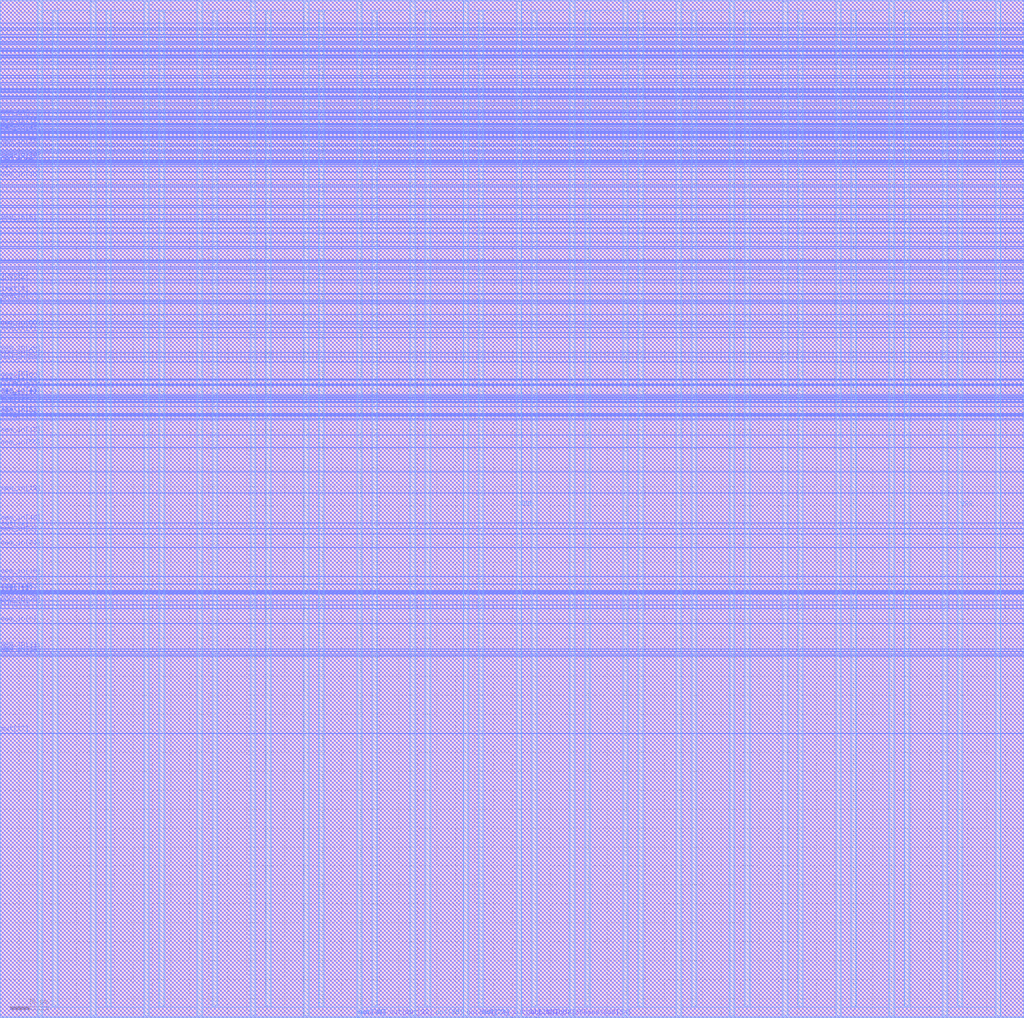
<source format=lef>
##
## LEF for PtnCells ;
## created by Innovus v15.23-s045_1 on Fri Mar  7 19:01:13 2025
##

VERSION 5.8 ;

BUSBITCHARS "[]" ;
DIVIDERCHAR "/" ;

MACRO fullchip
  CLASS BLOCK ;
  SIZE 539.6000 BY 536.6000 ;
  FOREIGN fullchip 0.0000 0.0000 ;
  ORIGIN 0 0 ;
  SYMMETRY X Y R90 ;
  PIN clk
    DIRECTION INPUT ;
    USE SIGNAL ;
    PORT
      LAYER M2 ;
        RECT 279.0500 536.0800 279.1500 536.6000 ;
    END
  END clk
  PIN mem_in[63]
    DIRECTION INPUT ;
    USE SIGNAL ;
    PORT
      LAYER M3 ;
        RECT 0.0000 445.7500 0.5200 445.8500 ;
    END
  END mem_in[63]
  PIN mem_in[62]
    DIRECTION INPUT ;
    USE SIGNAL ;
    PORT
      LAYER M2 ;
        RECT 125.2500 536.0800 125.3500 536.6000 ;
    END
  END mem_in[62]
  PIN mem_in[61]
    DIRECTION INPUT ;
    USE SIGNAL ;
    PORT
      LAYER M2 ;
        RECT 119.0500 536.0800 119.1500 536.6000 ;
    END
  END mem_in[61]
  PIN mem_in[60]
    DIRECTION INPUT ;
    USE SIGNAL ;
    PORT
      LAYER M3 ;
        RECT 0.0000 336.1500 0.5200 336.2500 ;
    END
  END mem_in[60]
  PIN mem_in[59]
    DIRECTION INPUT ;
    USE SIGNAL ;
    PORT
      LAYER M2 ;
        RECT 123.2500 536.0800 123.3500 536.6000 ;
    END
  END mem_in[59]
  PIN mem_in[58]
    DIRECTION INPUT ;
    USE SIGNAL ;
    PORT
      LAYER M3 ;
        RECT 0.0000 219.7500 0.5200 219.8500 ;
    END
  END mem_in[58]
  PIN mem_in[57]
    DIRECTION INPUT ;
    USE SIGNAL ;
    PORT
      LAYER M2 ;
        RECT 122.0500 536.0800 122.1500 536.6000 ;
    END
  END mem_in[57]
  PIN mem_in[56]
    DIRECTION INPUT ;
    USE SIGNAL ;
    PORT
      LAYER M3 ;
        RECT 0.0000 300.5500 0.5200 300.6500 ;
    END
  END mem_in[56]
  PIN mem_in[55]
    DIRECTION INPUT ;
    USE SIGNAL ;
    PORT
      LAYER M3 ;
        RECT 0.0000 363.7500 0.5200 363.8500 ;
    END
  END mem_in[55]
  PIN mem_in[54]
    DIRECTION INPUT ;
    USE SIGNAL ;
    PORT
      LAYER M3 ;
        RECT 0.0000 224.5500 0.5200 224.6500 ;
    END
  END mem_in[54]
  PIN mem_in[53]
    DIRECTION INPUT ;
    USE SIGNAL ;
    PORT
      LAYER M3 ;
        RECT 0.0000 228.5500 0.5200 228.6500 ;
    END
  END mem_in[53]
  PIN mem_in[52]
    DIRECTION INPUT ;
    USE SIGNAL ;
    PORT
      LAYER M3 ;
        RECT 0.0000 317.1500 0.5200 317.2500 ;
    END
  END mem_in[52]
  PIN mem_in[51]
    DIRECTION INPUT ;
    USE SIGNAL ;
    PORT
      LAYER M3 ;
        RECT 0.0000 345.5500 0.5200 345.6500 ;
    END
  END mem_in[51]
  PIN mem_in[50]
    DIRECTION INPUT ;
    USE SIGNAL ;
    PORT
      LAYER M2 ;
        RECT 66.2500 536.0800 66.3500 536.6000 ;
    END
  END mem_in[50]
  PIN mem_in[49]
    DIRECTION INPUT ;
    USE SIGNAL ;
    PORT
      LAYER M3 ;
        RECT 0.0000 327.9500 0.5200 328.0500 ;
    END
  END mem_in[49]
  PIN mem_in[48]
    DIRECTION INPUT ;
    USE SIGNAL ;
    PORT
      LAYER M3 ;
        RECT 0.0000 315.5500 0.5200 315.6500 ;
    END
  END mem_in[48]
  PIN mem_in[47]
    DIRECTION INPUT ;
    USE SIGNAL ;
    PORT
      LAYER M3 ;
        RECT 0.0000 192.9500 0.5200 193.0500 ;
    END
  END mem_in[47]
  PIN mem_in[46]
    DIRECTION INPUT ;
    USE SIGNAL ;
    PORT
      LAYER M3 ;
        RECT 0.0000 260.7500 0.5200 260.8500 ;
    END
  END mem_in[46]
  PIN mem_in[45]
    DIRECTION INPUT ;
    USE SIGNAL ;
    PORT
      LAYER M3 ;
        RECT 0.0000 441.7500 0.5200 441.8500 ;
    END
  END mem_in[45]
  PIN mem_in[44]
    DIRECTION INPUT ;
    USE SIGNAL ;
    PORT
      LAYER M3 ;
        RECT 0.0000 327.5500 0.5200 327.6500 ;
    END
  END mem_in[44]
  PIN mem_in[43]
    DIRECTION INPUT ;
    USE SIGNAL ;
    PORT
      LAYER M3 ;
        RECT 0.0000 471.1500 0.5200 471.2500 ;
    END
  END mem_in[43]
  PIN mem_in[42]
    DIRECTION INPUT ;
    USE SIGNAL ;
    PORT
      LAYER M3 ;
        RECT 0.0000 466.7500 0.5200 466.8500 ;
    END
  END mem_in[42]
  PIN mem_in[41]
    DIRECTION INPUT ;
    USE SIGNAL ;
    PORT
      LAYER M2 ;
        RECT 92.2500 536.0800 92.3500 536.6000 ;
    END
  END mem_in[41]
  PIN mem_in[40]
    DIRECTION INPUT ;
    USE SIGNAL ;
    PORT
      LAYER M4 ;
        RECT 121.8500 536.0800 121.9500 536.6000 ;
    END
  END mem_in[40]
  PIN mem_in[39]
    DIRECTION INPUT ;
    USE SIGNAL ;
    PORT
      LAYER M3 ;
        RECT 0.0000 459.3500 0.5200 459.4500 ;
    END
  END mem_in[39]
  PIN mem_in[38]
    DIRECTION INPUT ;
    USE SIGNAL ;
    PORT
      LAYER M3 ;
        RECT 0.0000 468.5500 0.5200 468.6500 ;
    END
  END mem_in[38]
  PIN mem_in[37]
    DIRECTION INPUT ;
    USE SIGNAL ;
    PORT
      LAYER M3 ;
        RECT 0.0000 450.9500 0.5200 451.0500 ;
    END
  END mem_in[37]
  PIN mem_in[36]
    DIRECTION INPUT ;
    USE SIGNAL ;
    PORT
      LAYER M3 ;
        RECT 0.0000 452.1500 0.5200 452.2500 ;
    END
  END mem_in[36]
  PIN mem_in[35]
    DIRECTION INPUT ;
    USE SIGNAL ;
    PORT
      LAYER M3 ;
        RECT 0.0000 474.3500 0.5200 474.4500 ;
    END
  END mem_in[35]
  PIN mem_in[34]
    DIRECTION INPUT ;
    USE SIGNAL ;
    PORT
      LAYER M2 ;
        RECT 83.8500 536.0800 83.9500 536.6000 ;
    END
  END mem_in[34]
  PIN mem_in[33]
    DIRECTION INPUT ;
    USE SIGNAL ;
    PORT
      LAYER M2 ;
        RECT 89.4500 536.0800 89.5500 536.6000 ;
    END
  END mem_in[33]
  PIN mem_in[32]
    DIRECTION INPUT ;
    USE SIGNAL ;
    PORT
      LAYER M3 ;
        RECT 0.0000 333.9500 0.5200 334.0500 ;
    END
  END mem_in[32]
  PIN mem_in[31]
    DIRECTION INPUT ;
    USE SIGNAL ;
    PORT
      LAYER M3 ;
        RECT 0.0000 466.3500 0.5200 466.4500 ;
    END
  END mem_in[31]
  PIN mem_in[30]
    DIRECTION INPUT ;
    USE SIGNAL ;
    PORT
      LAYER M3 ;
        RECT 0.0000 468.1500 0.5200 468.2500 ;
    END
  END mem_in[30]
  PIN mem_in[29]
    DIRECTION INPUT ;
    USE SIGNAL ;
    PORT
      LAYER M2 ;
        RECT 93.8500 536.0800 93.9500 536.6000 ;
    END
  END mem_in[29]
  PIN mem_in[28]
    DIRECTION INPUT ;
    USE SIGNAL ;
    PORT
      LAYER M3 ;
        RECT 0.0000 350.5500 0.5200 350.6500 ;
    END
  END mem_in[28]
  PIN mem_in[27]
    DIRECTION INPUT ;
    USE SIGNAL ;
    PORT
      LAYER M3 ;
        RECT 0.0000 378.1500 0.5200 378.2500 ;
    END
  END mem_in[27]
  PIN mem_in[26]
    DIRECTION INPUT ;
    USE SIGNAL ;
    PORT
      LAYER M3 ;
        RECT 0.0000 190.5500 0.5200 190.6500 ;
    END
  END mem_in[26]
  PIN mem_in[25]
    DIRECTION INPUT ;
    USE SIGNAL ;
    PORT
      LAYER M3 ;
        RECT 0.0000 217.5500 0.5200 217.6500 ;
    END
  END mem_in[25]
  PIN mem_in[24]
    DIRECTION INPUT ;
    USE SIGNAL ;
    PORT
      LAYER M3 ;
        RECT 0.0000 247.7500 0.5200 247.8500 ;
    END
  END mem_in[24]
  PIN mem_in[23]
    DIRECTION INPUT ;
    USE SIGNAL ;
    PORT
      LAYER M4 ;
        RECT 94.0500 536.0800 94.1500 536.6000 ;
    END
  END mem_in[23]
  PIN mem_in[22]
    DIRECTION INPUT ;
    USE SIGNAL ;
    PORT
      LAYER M3 ;
        RECT 0.0000 333.5500 0.5200 333.6500 ;
    END
  END mem_in[22]
  PIN mem_in[21]
    DIRECTION INPUT ;
    USE SIGNAL ;
    PORT
      LAYER M3 ;
        RECT 0.0000 326.9500 0.5200 327.0500 ;
    END
  END mem_in[21]
  PIN mem_in[20]
    DIRECTION INPUT ;
    USE SIGNAL ;
    PORT
      LAYER M3 ;
        RECT 0.0000 348.1500 0.5200 348.2500 ;
    END
  END mem_in[20]
  PIN mem_in[19]
    DIRECTION INPUT ;
    USE SIGNAL ;
    PORT
      LAYER M3 ;
        RECT 0.0000 322.1500 0.5200 322.2500 ;
    END
  END mem_in[19]
  PIN mem_in[18]
    DIRECTION INPUT ;
    USE SIGNAL ;
    PORT
      LAYER M3 ;
        RECT 0.0000 232.5500 0.5200 232.6500 ;
    END
  END mem_in[18]
  PIN mem_in[17]
    DIRECTION INPUT ;
    USE SIGNAL ;
    PORT
      LAYER M3 ;
        RECT 0.0000 450.5500 0.5200 450.6500 ;
    END
  END mem_in[17]
  PIN mem_in[16]
    DIRECTION INPUT ;
    USE SIGNAL ;
    PORT
      LAYER M3 ;
        RECT 0.0000 315.1500 0.5200 315.2500 ;
    END
  END mem_in[16]
  PIN mem_in[15]
    DIRECTION INPUT ;
    USE SIGNAL ;
    PORT
      LAYER M3 ;
        RECT 0.0000 325.9500 0.5200 326.0500 ;
    END
  END mem_in[15]
  PIN mem_in[14]
    DIRECTION INPUT ;
    USE SIGNAL ;
    PORT
      LAYER M3 ;
        RECT 0.0000 191.5500 0.5200 191.6500 ;
    END
  END mem_in[14]
  PIN mem_in[13]
    DIRECTION INPUT ;
    USE SIGNAL ;
    PORT
      LAYER M3 ;
        RECT 0.0000 276.5500 0.5200 276.6500 ;
    END
  END mem_in[13]
  PIN mem_in[12]
    DIRECTION INPUT ;
    USE SIGNAL ;
    PORT
      LAYER M3 ;
        RECT 0.0000 307.1500 0.5200 307.2500 ;
    END
  END mem_in[12]
  PIN mem_in[11]
    DIRECTION INPUT ;
    USE SIGNAL ;
    PORT
      LAYER M3 ;
        RECT 0.0000 333.1500 0.5200 333.2500 ;
    END
  END mem_in[11]
  PIN mem_in[10]
    DIRECTION INPUT ;
    USE SIGNAL ;
    PORT
      LAYER M2 ;
        RECT 121.6500 536.0800 121.7500 536.6000 ;
    END
  END mem_in[10]
  PIN mem_in[9]
    DIRECTION INPUT ;
    USE SIGNAL ;
    PORT
      LAYER M2 ;
        RECT 103.6500 536.0800 103.7500 536.6000 ;
    END
  END mem_in[9]
  PIN mem_in[8]
    DIRECTION INPUT ;
    USE SIGNAL ;
    PORT
      LAYER M2 ;
        RECT 119.8500 536.0800 119.9500 536.6000 ;
    END
  END mem_in[8]
  PIN mem_in[7]
    DIRECTION INPUT ;
    USE SIGNAL ;
    PORT
      LAYER M3 ;
        RECT 0.0000 470.1500 0.5200 470.2500 ;
    END
  END mem_in[7]
  PIN mem_in[6]
    DIRECTION INPUT ;
    USE SIGNAL ;
    PORT
      LAYER M3 ;
        RECT 0.0000 419.3500 0.5200 419.4500 ;
    END
  END mem_in[6]
  PIN mem_in[5]
    DIRECTION INPUT ;
    USE SIGNAL ;
    PORT
      LAYER M3 ;
        RECT 0.0000 317.7500 0.5200 317.8500 ;
    END
  END mem_in[5]
  PIN mem_in[4]
    DIRECTION INPUT ;
    USE SIGNAL ;
    PORT
      LAYER M3 ;
        RECT 0.0000 361.1500 0.5200 361.2500 ;
    END
  END mem_in[4]
  PIN mem_in[3]
    DIRECTION INPUT ;
    USE SIGNAL ;
    PORT
      LAYER M3 ;
        RECT 0.0000 194.3500 0.5200 194.4500 ;
    END
  END mem_in[3]
  PIN mem_in[2]
    DIRECTION INPUT ;
    USE SIGNAL ;
    PORT
      LAYER M3 ;
        RECT 0.0000 254.9500 0.5200 255.0500 ;
    END
  END mem_in[2]
  PIN mem_in[1]
    DIRECTION INPUT ;
    USE SIGNAL ;
    PORT
      LAYER M3 ;
        RECT 0.0000 328.3500 0.5200 328.4500 ;
    END
  END mem_in[1]
  PIN mem_in[0]
    DIRECTION INPUT ;
    USE SIGNAL ;
    PORT
      LAYER M3 ;
        RECT 0.0000 207.7500 0.5200 207.8500 ;
    END
  END mem_in[0]
  PIN inst[16]
    DIRECTION INPUT ;
    USE SIGNAL ;
    PORT
      LAYER M2 ;
        RECT 309.4500 0.0000 309.5500 0.5200 ;
    END
  END inst[16]
  PIN inst[15]
    DIRECTION INPUT ;
    USE SIGNAL ;
    PORT
      LAYER M3 ;
        RECT 0.0000 223.7500 0.5200 223.8500 ;
    END
  END inst[15]
  PIN inst[14]
    DIRECTION INPUT ;
    USE SIGNAL ;
    PORT
      LAYER M3 ;
        RECT 0.0000 225.1500 0.5200 225.2500 ;
    END
  END inst[14]
  PIN inst[13]
    DIRECTION INPUT ;
    USE SIGNAL ;
    PORT
      LAYER M3 ;
        RECT 0.0000 224.1500 0.5200 224.2500 ;
    END
  END inst[13]
  PIN inst[12]
    DIRECTION INPUT ;
    USE SIGNAL ;
    PORT
      LAYER M3 ;
        RECT 0.0000 223.3500 0.5200 223.4500 ;
    END
  END inst[12]
  PIN inst[11]
    DIRECTION INPUT ;
    USE SIGNAL ;
    PORT
      LAYER M3 ;
        RECT 0.0000 324.7500 0.5200 324.8500 ;
    END
  END inst[11]
  PIN inst[10]
    DIRECTION INPUT ;
    USE SIGNAL ;
    PORT
      LAYER M3 ;
        RECT 0.0000 324.3500 0.5200 324.4500 ;
    END
  END inst[10]
  PIN inst[9]
    DIRECTION INPUT ;
    USE SIGNAL ;
    PORT
      LAYER M3 ;
        RECT 0.0000 318.5500 0.5200 318.6500 ;
    END
  END inst[9]
  PIN inst[8]
    DIRECTION INPUT ;
    USE SIGNAL ;
    PORT
      LAYER M3 ;
        RECT 0.0000 318.1500 0.5200 318.2500 ;
    END
  END inst[8]
  PIN inst[7]
    DIRECTION INPUT ;
    USE SIGNAL ;
    PORT
      LAYER M3 ;
        RECT 0.0000 336.5500 0.5200 336.6500 ;
    END
  END inst[7]
  PIN inst[6]
    DIRECTION INPUT ;
    USE SIGNAL ;
    PORT
      LAYER M3 ;
        RECT 0.0000 377.3500 0.5200 377.4500 ;
    END
  END inst[6]
  PIN inst[5]
    DIRECTION INPUT ;
    USE SIGNAL ;
    PORT
      LAYER M3 ;
        RECT 0.0000 388.9500 0.5200 389.0500 ;
    END
  END inst[5]
  PIN inst[4]
    DIRECTION INPUT ;
    USE SIGNAL ;
    PORT
      LAYER M3 ;
        RECT 0.0000 387.1500 0.5200 387.2500 ;
    END
  END inst[4]
  PIN inst[3]
    DIRECTION INPUT ;
    USE SIGNAL ;
    PORT
      LAYER M3 ;
        RECT 0.0000 451.7500 0.5200 451.8500 ;
    END
  END inst[3]
  PIN inst[2]
    DIRECTION INPUT ;
    USE SIGNAL ;
    PORT
      LAYER M3 ;
        RECT 0.0000 451.3500 0.5200 451.4500 ;
    END
  END inst[2]
  PIN inst[1]
    DIRECTION INPUT ;
    USE SIGNAL ;
    PORT
      LAYER M3 ;
        RECT 0.0000 381.7500 0.5200 381.8500 ;
    END
  END inst[1]
  PIN inst[0]
    DIRECTION INPUT ;
    USE SIGNAL ;
    PORT
      LAYER M3 ;
        RECT 0.0000 381.3500 0.5200 381.4500 ;
    END
  END inst[0]
  PIN reset
    DIRECTION INPUT ;
    USE SIGNAL ;
    PORT
      LAYER M2 ;
        RECT 305.2500 0.0000 305.3500 0.5200 ;
    END
  END reset
  PIN out[159]
    DIRECTION OUTPUT ;
    USE SIGNAL ;
    PORT
      LAYER M3 ;
        RECT 539.0800 518.1500 539.6000 518.2500 ;
    END
  END out[159]
  PIN out[158]
    DIRECTION OUTPUT ;
    USE SIGNAL ;
    PORT
      LAYER M3 ;
        RECT 539.0800 503.7500 539.6000 503.8500 ;
    END
  END out[158]
  PIN out[157]
    DIRECTION OUTPUT ;
    USE SIGNAL ;
    PORT
      LAYER M2 ;
        RECT 456.8500 536.0800 456.9500 536.6000 ;
    END
  END out[157]
  PIN out[156]
    DIRECTION OUTPUT ;
    USE SIGNAL ;
    PORT
      LAYER M4 ;
        RECT 456.8500 536.0800 456.9500 536.6000 ;
    END
  END out[156]
  PIN out[155]
    DIRECTION OUTPUT ;
    USE SIGNAL ;
    PORT
      LAYER M2 ;
        RECT 521.8500 536.0800 521.9500 536.6000 ;
    END
  END out[155]
  PIN out[154]
    DIRECTION OUTPUT ;
    USE SIGNAL ;
    PORT
      LAYER M3 ;
        RECT 539.0800 477.3500 539.6000 477.4500 ;
    END
  END out[154]
  PIN out[153]
    DIRECTION OUTPUT ;
    USE SIGNAL ;
    PORT
      LAYER M3 ;
        RECT 539.0800 491.7500 539.6000 491.8500 ;
    END
  END out[153]
  PIN out[152]
    DIRECTION OUTPUT ;
    USE SIGNAL ;
    PORT
      LAYER M3 ;
        RECT 539.0800 467.7500 539.6000 467.8500 ;
    END
  END out[152]
  PIN out[151]
    DIRECTION OUTPUT ;
    USE SIGNAL ;
    PORT
      LAYER M3 ;
        RECT 539.0800 471.3500 539.6000 471.4500 ;
    END
  END out[151]
  PIN out[150]
    DIRECTION OUTPUT ;
    USE SIGNAL ;
    PORT
      LAYER M3 ;
        RECT 539.0800 467.3500 539.6000 467.4500 ;
    END
  END out[150]
  PIN out[149]
    DIRECTION OUTPUT ;
    USE SIGNAL ;
    PORT
      LAYER M3 ;
        RECT 539.0800 468.1500 539.6000 468.2500 ;
    END
  END out[149]
  PIN out[148]
    DIRECTION OUTPUT ;
    USE SIGNAL ;
    PORT
      LAYER M3 ;
        RECT 539.0800 470.1500 539.6000 470.2500 ;
    END
  END out[148]
  PIN out[147]
    DIRECTION OUTPUT ;
    USE SIGNAL ;
    PORT
      LAYER M3 ;
        RECT 539.0800 470.9500 539.6000 471.0500 ;
    END
  END out[147]
  PIN out[146]
    DIRECTION OUTPUT ;
    USE SIGNAL ;
    PORT
      LAYER M3 ;
        RECT 539.0800 423.3500 539.6000 423.4500 ;
    END
  END out[146]
  PIN out[145]
    DIRECTION OUTPUT ;
    USE SIGNAL ;
    PORT
      LAYER M3 ;
        RECT 539.0800 398.1500 539.6000 398.2500 ;
    END
  END out[145]
  PIN out[144]
    DIRECTION OUTPUT ;
    USE SIGNAL ;
    PORT
      LAYER M3 ;
        RECT 539.0800 370.5500 539.6000 370.6500 ;
    END
  END out[144]
  PIN out[143]
    DIRECTION OUTPUT ;
    USE SIGNAL ;
    PORT
      LAYER M2 ;
        RECT 276.8500 0.0000 276.9500 0.5200 ;
    END
  END out[143]
  PIN out[142]
    DIRECTION OUTPUT ;
    USE SIGNAL ;
    PORT
      LAYER M3 ;
        RECT 539.0800 358.5500 539.6000 358.6500 ;
    END
  END out[142]
  PIN out[141]
    DIRECTION OUTPUT ;
    USE SIGNAL ;
    PORT
      LAYER M3 ;
        RECT 539.0800 466.9500 539.6000 467.0500 ;
    END
  END out[141]
  PIN out[140]
    DIRECTION OUTPUT ;
    USE SIGNAL ;
    PORT
      LAYER M3 ;
        RECT 539.0800 466.5500 539.6000 466.6500 ;
    END
  END out[140]
  PIN out[139]
    DIRECTION OUTPUT ;
    USE SIGNAL ;
    PORT
      LAYER M3 ;
        RECT 539.0800 464.1500 539.6000 464.2500 ;
    END
  END out[139]
  PIN out[138]
    DIRECTION OUTPUT ;
    USE SIGNAL ;
    PORT
      LAYER M2 ;
        RECT 286.2500 0.0000 286.3500 0.5200 ;
    END
  END out[138]
  PIN out[137]
    DIRECTION OUTPUT ;
    USE SIGNAL ;
    PORT
      LAYER M3 ;
        RECT 539.0800 473.7500 539.6000 473.8500 ;
    END
  END out[137]
  PIN out[136]
    DIRECTION OUTPUT ;
    USE SIGNAL ;
    PORT
      LAYER M2 ;
        RECT 497.4500 536.0800 497.5500 536.6000 ;
    END
  END out[136]
  PIN out[135]
    DIRECTION OUTPUT ;
    USE SIGNAL ;
    PORT
      LAYER M3 ;
        RECT 539.0800 460.5500 539.6000 460.6500 ;
    END
  END out[135]
  PIN out[134]
    DIRECTION OUTPUT ;
    USE SIGNAL ;
    PORT
      LAYER M3 ;
        RECT 539.0800 456.9500 539.6000 457.0500 ;
    END
  END out[134]
  PIN out[133]
    DIRECTION OUTPUT ;
    USE SIGNAL ;
    PORT
      LAYER M3 ;
        RECT 539.0800 456.5500 539.6000 456.6500 ;
    END
  END out[133]
  PIN out[132]
    DIRECTION OUTPUT ;
    USE SIGNAL ;
    PORT
      LAYER M3 ;
        RECT 539.0800 448.5500 539.6000 448.6500 ;
    END
  END out[132]
  PIN out[131]
    DIRECTION OUTPUT ;
    USE SIGNAL ;
    PORT
      LAYER M3 ;
        RECT 539.0800 449.7500 539.6000 449.8500 ;
    END
  END out[131]
  PIN out[130]
    DIRECTION OUTPUT ;
    USE SIGNAL ;
    PORT
      LAYER M3 ;
        RECT 539.0800 419.7500 539.6000 419.8500 ;
    END
  END out[130]
  PIN out[129]
    DIRECTION OUTPUT ;
    USE SIGNAL ;
    PORT
      LAYER M3 ;
        RECT 539.0800 438.9500 539.6000 439.0500 ;
    END
  END out[129]
  PIN out[128]
    DIRECTION OUTPUT ;
    USE SIGNAL ;
    PORT
      LAYER M3 ;
        RECT 539.0800 413.7500 539.6000 413.8500 ;
    END
  END out[128]
  PIN out[127]
    DIRECTION OUTPUT ;
    USE SIGNAL ;
    PORT
      LAYER M3 ;
        RECT 539.0800 463.7500 539.6000 463.8500 ;
    END
  END out[127]
  PIN out[126]
    DIRECTION OUTPUT ;
    USE SIGNAL ;
    PORT
      LAYER M3 ;
        RECT 539.0800 513.3500 539.6000 513.4500 ;
    END
  END out[126]
  PIN out[125]
    DIRECTION OUTPUT ;
    USE SIGNAL ;
    PORT
      LAYER M3 ;
        RECT 539.0800 399.3500 539.6000 399.4500 ;
    END
  END out[125]
  PIN out[124]
    DIRECTION OUTPUT ;
    USE SIGNAL ;
    PORT
      LAYER M3 ;
        RECT 539.0800 405.3500 539.6000 405.4500 ;
    END
  END out[124]
  PIN out[123]
    DIRECTION OUTPUT ;
    USE SIGNAL ;
    PORT
      LAYER M3 ;
        RECT 539.0800 459.3500 539.6000 459.4500 ;
    END
  END out[123]
  PIN out[122]
    DIRECTION OUTPUT ;
    USE SIGNAL ;
    PORT
      LAYER M3 ;
        RECT 539.0800 452.1500 539.6000 452.2500 ;
    END
  END out[122]
  PIN out[121]
    DIRECTION OUTPUT ;
    USE SIGNAL ;
    PORT
      LAYER M3 ;
        RECT 539.0800 453.3500 539.6000 453.4500 ;
    END
  END out[121]
  PIN out[120]
    DIRECTION OUTPUT ;
    USE SIGNAL ;
    PORT
      LAYER M3 ;
        RECT 539.0800 366.9500 539.6000 367.0500 ;
    END
  END out[120]
  PIN out[119]
    DIRECTION OUTPUT ;
    USE SIGNAL ;
    PORT
      LAYER M3 ;
        RECT 539.0800 482.1500 539.6000 482.2500 ;
    END
  END out[119]
  PIN out[118]
    DIRECTION OUTPUT ;
    USE SIGNAL ;
    PORT
      LAYER M3 ;
        RECT 539.0800 326.1500 539.6000 326.2500 ;
    END
  END out[118]
  PIN out[117]
    DIRECTION OUTPUT ;
    USE SIGNAL ;
    PORT
      LAYER M2 ;
        RECT 513.6500 536.0800 513.7500 536.6000 ;
    END
  END out[117]
  PIN out[116]
    DIRECTION OUTPUT ;
    USE SIGNAL ;
    PORT
      LAYER M3 ;
        RECT 539.0800 510.9500 539.6000 511.0500 ;
    END
  END out[116]
  PIN out[115]
    DIRECTION OUTPUT ;
    USE SIGNAL ;
    PORT
      LAYER M3 ;
        RECT 539.0800 509.7500 539.6000 509.8500 ;
    END
  END out[115]
  PIN out[114]
    DIRECTION OUTPUT ;
    USE SIGNAL ;
    PORT
      LAYER M3 ;
        RECT 539.0800 365.7500 539.6000 365.8500 ;
    END
  END out[114]
  PIN out[113]
    DIRECTION OUTPUT ;
    USE SIGNAL ;
    PORT
      LAYER M3 ;
        RECT 539.0800 416.1500 539.6000 416.2500 ;
    END
  END out[113]
  PIN out[112]
    DIRECTION OUTPUT ;
    USE SIGNAL ;
    PORT
      LAYER M3 ;
        RECT 539.0800 376.5500 539.6000 376.6500 ;
    END
  END out[112]
  PIN out[111]
    DIRECTION OUTPUT ;
    USE SIGNAL ;
    PORT
      LAYER M2 ;
        RECT 489.2500 536.0800 489.3500 536.6000 ;
    END
  END out[111]
  PIN out[110]
    DIRECTION OUTPUT ;
    USE SIGNAL ;
    PORT
      LAYER M3 ;
        RECT 539.0800 509.3500 539.6000 509.4500 ;
    END
  END out[110]
  PIN out[109]
    DIRECTION OUTPUT ;
    USE SIGNAL ;
    PORT
      LAYER M3 ;
        RECT 539.0800 468.5500 539.6000 468.6500 ;
    END
  END out[109]
  PIN out[108]
    DIRECTION OUTPUT ;
    USE SIGNAL ;
    PORT
      LAYER M3 ;
        RECT 539.0800 392.1500 539.6000 392.2500 ;
    END
  END out[108]
  PIN out[107]
    DIRECTION OUTPUT ;
    USE SIGNAL ;
    PORT
      LAYER M3 ;
        RECT 539.0800 492.9500 539.6000 493.0500 ;
    END
  END out[107]
  PIN out[106]
    DIRECTION OUTPUT ;
    USE SIGNAL ;
    PORT
      LAYER M3 ;
        RECT 539.0800 413.3500 539.6000 413.4500 ;
    END
  END out[106]
  PIN out[105]
    DIRECTION OUTPUT ;
    USE SIGNAL ;
    PORT
      LAYER M3 ;
        RECT 539.0800 469.7500 539.6000 469.8500 ;
    END
  END out[105]
  PIN out[104]
    DIRECTION OUTPUT ;
    USE SIGNAL ;
    PORT
      LAYER M3 ;
        RECT 539.0800 480.9500 539.6000 481.0500 ;
    END
  END out[104]
  PIN out[103]
    DIRECTION OUTPUT ;
    USE SIGNAL ;
    PORT
      LAYER M3 ;
        RECT 539.0800 466.1500 539.6000 466.2500 ;
    END
  END out[103]
  PIN out[102]
    DIRECTION OUTPUT ;
    USE SIGNAL ;
    PORT
      LAYER M3 ;
        RECT 539.0800 455.7500 539.6000 455.8500 ;
    END
  END out[102]
  PIN out[101]
    DIRECTION OUTPUT ;
    USE SIGNAL ;
    PORT
      LAYER M3 ;
        RECT 539.0800 470.5500 539.6000 470.6500 ;
    END
  END out[101]
  PIN out[100]
    DIRECTION OUTPUT ;
    USE SIGNAL ;
    PORT
      LAYER M3 ;
        RECT 539.0800 457.3500 539.6000 457.4500 ;
    END
  END out[100]
  PIN out[99]
    DIRECTION OUTPUT ;
    USE SIGNAL ;
    PORT
      LAYER M3 ;
        RECT 539.0800 524.1500 539.6000 524.2500 ;
    END
  END out[99]
  PIN out[98]
    DIRECTION OUTPUT ;
    USE SIGNAL ;
    PORT
      LAYER M3 ;
        RECT 539.0800 516.9500 539.6000 517.0500 ;
    END
  END out[98]
  PIN out[97]
    DIRECTION OUTPUT ;
    USE SIGNAL ;
    PORT
      LAYER M4 ;
        RECT 521.8500 536.0800 521.9500 536.6000 ;
    END
  END out[97]
  PIN out[96]
    DIRECTION OUTPUT ;
    USE SIGNAL ;
    PORT
      LAYER M3 ;
        RECT 539.0800 489.3500 539.6000 489.4500 ;
    END
  END out[96]
  PIN out[95]
    DIRECTION OUTPUT ;
    USE SIGNAL ;
    PORT
      LAYER M3 ;
        RECT 539.0800 488.9500 539.6000 489.0500 ;
    END
  END out[95]
  PIN out[94]
    DIRECTION OUTPUT ;
    USE SIGNAL ;
    PORT
      LAYER M3 ;
        RECT 539.0800 514.5500 539.6000 514.6500 ;
    END
  END out[94]
  PIN out[93]
    DIRECTION OUTPUT ;
    USE SIGNAL ;
    PORT
      LAYER M3 ;
        RECT 539.0800 488.1500 539.6000 488.2500 ;
    END
  END out[93]
  PIN out[92]
    DIRECTION OUTPUT ;
    USE SIGNAL ;
    PORT
      LAYER M3 ;
        RECT 539.0800 520.5500 539.6000 520.6500 ;
    END
  END out[92]
  PIN out[91]
    DIRECTION OUTPUT ;
    USE SIGNAL ;
    PORT
      LAYER M3 ;
        RECT 539.0800 502.5500 539.6000 502.6500 ;
    END
  END out[91]
  PIN out[90]
    DIRECTION OUTPUT ;
    USE SIGNAL ;
    PORT
      LAYER M3 ;
        RECT 539.0800 489.7500 539.6000 489.8500 ;
    END
  END out[90]
  PIN out[89]
    DIRECTION OUTPUT ;
    USE SIGNAL ;
    PORT
      LAYER M3 ;
        RECT 539.0800 428.1500 539.6000 428.2500 ;
    END
  END out[89]
  PIN out[88]
    DIRECTION OUTPUT ;
    USE SIGNAL ;
    PORT
      LAYER M3 ;
        RECT 539.0800 510.1500 539.6000 510.2500 ;
    END
  END out[88]
  PIN out[87]
    DIRECTION OUTPUT ;
    USE SIGNAL ;
    PORT
      LAYER M3 ;
        RECT 539.0800 507.3500 539.6000 507.4500 ;
    END
  END out[87]
  PIN out[86]
    DIRECTION OUTPUT ;
    USE SIGNAL ;
    PORT
      LAYER M3 ;
        RECT 539.0800 485.7500 539.6000 485.8500 ;
    END
  END out[86]
  PIN out[85]
    DIRECTION OUTPUT ;
    USE SIGNAL ;
    PORT
      LAYER M3 ;
        RECT 539.0800 487.7500 539.6000 487.8500 ;
    END
  END out[85]
  PIN out[84]
    DIRECTION OUTPUT ;
    USE SIGNAL ;
    PORT
      LAYER M3 ;
        RECT 539.0800 506.9500 539.6000 507.0500 ;
    END
  END out[84]
  PIN out[83]
    DIRECTION OUTPUT ;
    USE SIGNAL ;
    PORT
      LAYER M3 ;
        RECT 539.0800 476.9500 539.6000 477.0500 ;
    END
  END out[83]
  PIN out[82]
    DIRECTION OUTPUT ;
    USE SIGNAL ;
    PORT
      LAYER M3 ;
        RECT 539.0800 287.7500 539.6000 287.8500 ;
    END
  END out[82]
  PIN out[81]
    DIRECTION OUTPUT ;
    USE SIGNAL ;
    PORT
      LAYER M3 ;
        RECT 539.0800 462.9500 539.6000 463.0500 ;
    END
  END out[81]
  PIN out[80]
    DIRECTION OUTPUT ;
    USE SIGNAL ;
    PORT
      LAYER M3 ;
        RECT 539.0800 484.5500 539.6000 484.6500 ;
    END
  END out[80]
  PIN out[79]
    DIRECTION OUTPUT ;
    USE SIGNAL ;
    PORT
      LAYER M3 ;
        RECT 539.0800 478.5500 539.6000 478.6500 ;
    END
  END out[79]
  PIN out[78]
    DIRECTION OUTPUT ;
    USE SIGNAL ;
    PORT
      LAYER M3 ;
        RECT 539.0800 485.3500 539.6000 485.4500 ;
    END
  END out[78]
  PIN out[77]
    DIRECTION OUTPUT ;
    USE SIGNAL ;
    PORT
      LAYER M3 ;
        RECT 539.0800 420.9500 539.6000 421.0500 ;
    END
  END out[77]
  PIN out[76]
    DIRECTION OUTPUT ;
    USE SIGNAL ;
    PORT
      LAYER M3 ;
        RECT 539.0800 398.9500 539.6000 399.0500 ;
    END
  END out[76]
  PIN out[75]
    DIRECTION OUTPUT ;
    USE SIGNAL ;
    PORT
      LAYER M3 ;
        RECT 539.0800 478.1500 539.6000 478.2500 ;
    END
  END out[75]
  PIN out[74]
    DIRECTION OUTPUT ;
    USE SIGNAL ;
    PORT
      LAYER M4 ;
        RECT 513.6500 536.0800 513.7500 536.6000 ;
    END
  END out[74]
  PIN out[73]
    DIRECTION OUTPUT ;
    USE SIGNAL ;
    PORT
      LAYER M3 ;
        RECT 539.0800 395.7500 539.6000 395.8500 ;
    END
  END out[73]
  PIN out[72]
    DIRECTION OUTPUT ;
    USE SIGNAL ;
    PORT
      LAYER M3 ;
        RECT 539.0800 406.5500 539.6000 406.6500 ;
    END
  END out[72]
  PIN out[71]
    DIRECTION OUTPUT ;
    USE SIGNAL ;
    PORT
      LAYER M3 ;
        RECT 539.0800 408.9500 539.6000 409.0500 ;
    END
  END out[71]
  PIN out[70]
    DIRECTION OUTPUT ;
    USE SIGNAL ;
    PORT
      LAYER M3 ;
        RECT 539.0800 500.1500 539.6000 500.2500 ;
    END
  END out[70]
  PIN out[69]
    DIRECTION OUTPUT ;
    USE SIGNAL ;
    PORT
      LAYER M2 ;
        RECT 513.2500 536.0800 513.3500 536.6000 ;
    END
  END out[69]
  PIN out[68]
    DIRECTION OUTPUT ;
    USE SIGNAL ;
    PORT
      LAYER M3 ;
        RECT 539.0800 473.3500 539.6000 473.4500 ;
    END
  END out[68]
  PIN out[67]
    DIRECTION OUTPUT ;
    USE SIGNAL ;
    PORT
      LAYER M3 ;
        RECT 539.0800 431.7500 539.6000 431.8500 ;
    END
  END out[67]
  PIN out[66]
    DIRECTION OUTPUT ;
    USE SIGNAL ;
    PORT
      LAYER M3 ;
        RECT 539.0800 437.7500 539.6000 437.8500 ;
    END
  END out[66]
  PIN out[65]
    DIRECTION OUTPUT ;
    USE SIGNAL ;
    PORT
      LAYER M4 ;
        RECT 497.4500 536.0800 497.5500 536.6000 ;
    END
  END out[65]
  PIN out[64]
    DIRECTION OUTPUT ;
    USE SIGNAL ;
    PORT
      LAYER M3 ;
        RECT 539.0800 426.9500 539.6000 427.0500 ;
    END
  END out[64]
  PIN out[63]
    DIRECTION OUTPUT ;
    USE SIGNAL ;
    PORT
      LAYER M3 ;
        RECT 539.0800 484.1500 539.6000 484.2500 ;
    END
  END out[63]
  PIN out[62]
    DIRECTION OUTPUT ;
    USE SIGNAL ;
    PORT
      LAYER M3 ;
        RECT 539.0800 451.7500 539.6000 451.8500 ;
    END
  END out[62]
  PIN out[61]
    DIRECTION OUTPUT ;
    USE SIGNAL ;
    PORT
      LAYER M3 ;
        RECT 539.0800 435.3500 539.6000 435.4500 ;
    END
  END out[61]
  PIN out[60]
    DIRECTION OUTPUT ;
    USE SIGNAL ;
    PORT
      LAYER M3 ;
        RECT 539.0800 474.9500 539.6000 475.0500 ;
    END
  END out[60]
  PIN out[59]
    DIRECTION OUTPUT ;
    USE SIGNAL ;
    PORT
      LAYER M2 ;
        RECT 514.0500 536.0800 514.1500 536.6000 ;
    END
  END out[59]
  PIN out[58]
    DIRECTION OUTPUT ;
    USE SIGNAL ;
    PORT
      LAYER M2 ;
        RECT 505.6500 536.0800 505.7500 536.6000 ;
    END
  END out[58]
  PIN out[57]
    DIRECTION OUTPUT ;
    USE SIGNAL ;
    PORT
      LAYER M4 ;
        RECT 513.2500 536.0800 513.3500 536.6000 ;
    END
  END out[57]
  PIN out[56]
    DIRECTION OUTPUT ;
    USE SIGNAL ;
    PORT
      LAYER M4 ;
        RECT 514.0500 536.0800 514.1500 536.6000 ;
    END
  END out[56]
  PIN out[55]
    DIRECTION OUTPUT ;
    USE SIGNAL ;
    PORT
      LAYER M3 ;
        RECT 539.0800 495.3500 539.6000 495.4500 ;
    END
  END out[55]
  PIN out[54]
    DIRECTION OUTPUT ;
    USE SIGNAL ;
    PORT
      LAYER M3 ;
        RECT 539.0800 514.1500 539.6000 514.2500 ;
    END
  END out[54]
  PIN out[53]
    DIRECTION OUTPUT ;
    USE SIGNAL ;
    PORT
      LAYER M3 ;
        RECT 539.0800 506.1500 539.6000 506.2500 ;
    END
  END out[53]
  PIN out[52]
    DIRECTION OUTPUT ;
    USE SIGNAL ;
    PORT
      LAYER M3 ;
        RECT 539.0800 521.7500 539.6000 521.8500 ;
    END
  END out[52]
  PIN out[51]
    DIRECTION OUTPUT ;
    USE SIGNAL ;
    PORT
      LAYER M4 ;
        RECT 489.2500 536.0800 489.3500 536.6000 ;
    END
  END out[51]
  PIN out[50]
    DIRECTION OUTPUT ;
    USE SIGNAL ;
    PORT
      LAYER M2 ;
        RECT 465.0500 536.0800 465.1500 536.6000 ;
    END
  END out[50]
  PIN out[49]
    DIRECTION OUTPUT ;
    USE SIGNAL ;
    PORT
      LAYER M2 ;
        RECT 473.2500 536.0800 473.3500 536.6000 ;
    END
  END out[49]
  PIN out[48]
    DIRECTION OUTPUT ;
    USE SIGNAL ;
    PORT
      LAYER M2 ;
        RECT 481.2500 536.0800 481.3500 536.6000 ;
    END
  END out[48]
  PIN out[47]
    DIRECTION OUTPUT ;
    USE SIGNAL ;
    PORT
      LAYER M2 ;
        RECT 497.0500 536.0800 497.1500 536.6000 ;
    END
  END out[47]
  PIN out[46]
    DIRECTION OUTPUT ;
    USE SIGNAL ;
    PORT
      LAYER M2 ;
        RECT 497.8500 536.0800 497.9500 536.6000 ;
    END
  END out[46]
  PIN out[45]
    DIRECTION OUTPUT ;
    USE SIGNAL ;
    PORT
      LAYER M3 ;
        RECT 539.0800 516.5500 539.6000 516.6500 ;
    END
  END out[45]
  PIN out[44]
    DIRECTION OUTPUT ;
    USE SIGNAL ;
    PORT
      LAYER M4 ;
        RECT 497.0500 536.0800 497.1500 536.6000 ;
    END
  END out[44]
  PIN out[43]
    DIRECTION OUTPUT ;
    USE SIGNAL ;
    PORT
      LAYER M2 ;
        RECT 512.8500 536.0800 512.9500 536.6000 ;
    END
  END out[43]
  PIN out[42]
    DIRECTION OUTPUT ;
    USE SIGNAL ;
    PORT
      LAYER M3 ;
        RECT 539.0800 512.9500 539.6000 513.0500 ;
    END
  END out[42]
  PIN out[41]
    DIRECTION OUTPUT ;
    USE SIGNAL ;
    PORT
      LAYER M3 ;
        RECT 539.0800 505.7500 539.6000 505.8500 ;
    END
  END out[41]
  PIN out[40]
    DIRECTION OUTPUT ;
    USE SIGNAL ;
    PORT
      LAYER M2 ;
        RECT 514.4500 536.0800 514.5500 536.6000 ;
    END
  END out[40]
  PIN out[39]
    DIRECTION OUTPUT ;
    USE SIGNAL ;
    PORT
      LAYER M2 ;
        RECT 188.6500 0.0000 188.7500 0.5200 ;
    END
  END out[39]
  PIN out[38]
    DIRECTION OUTPUT ;
    USE SIGNAL ;
    PORT
      LAYER M2 ;
        RECT 213.2500 0.0000 213.3500 0.5200 ;
    END
  END out[38]
  PIN out[37]
    DIRECTION OUTPUT ;
    USE SIGNAL ;
    PORT
      LAYER M3 ;
        RECT 0.0000 215.7500 0.5200 215.8500 ;
    END
  END out[37]
  PIN out[36]
    DIRECTION OUTPUT ;
    USE SIGNAL ;
    PORT
      LAYER M2 ;
        RECT 229.2500 0.0000 229.3500 0.5200 ;
    END
  END out[36]
  PIN out[35]
    DIRECTION OUTPUT ;
    USE SIGNAL ;
    PORT
      LAYER M2 ;
        RECT 279.2500 0.0000 279.3500 0.5200 ;
    END
  END out[35]
  PIN out[34]
    DIRECTION OUTPUT ;
    USE SIGNAL ;
    PORT
      LAYER M2 ;
        RECT 317.8500 0.0000 317.9500 0.5200 ;
    END
  END out[34]
  PIN out[33]
    DIRECTION OUTPUT ;
    USE SIGNAL ;
    PORT
      LAYER M4 ;
        RECT 188.6500 0.0000 188.7500 0.5200 ;
    END
  END out[33]
  PIN out[32]
    DIRECTION OUTPUT ;
    USE SIGNAL ;
    PORT
      LAYER M3 ;
        RECT 0.0000 257.7500 0.5200 257.8500 ;
    END
  END out[32]
  PIN out[31]
    DIRECTION OUTPUT ;
    USE SIGNAL ;
    PORT
      LAYER M2 ;
        RECT 270.0500 0.0000 270.1500 0.5200 ;
    END
  END out[31]
  PIN out[30]
    DIRECTION OUTPUT ;
    USE SIGNAL ;
    PORT
      LAYER M2 ;
        RECT 188.2500 0.0000 188.3500 0.5200 ;
    END
  END out[30]
  PIN out[29]
    DIRECTION OUTPUT ;
    USE SIGNAL ;
    PORT
      LAYER M2 ;
        RECT 205.0500 0.0000 205.1500 0.5200 ;
    END
  END out[29]
  PIN out[28]
    DIRECTION OUTPUT ;
    USE SIGNAL ;
    PORT
      LAYER M4 ;
        RECT 229.2500 0.0000 229.3500 0.5200 ;
    END
  END out[28]
  PIN out[27]
    DIRECTION OUTPUT ;
    USE SIGNAL ;
    PORT
      LAYER M2 ;
        RECT 189.0500 0.0000 189.1500 0.5200 ;
    END
  END out[27]
  PIN out[26]
    DIRECTION OUTPUT ;
    USE SIGNAL ;
    PORT
      LAYER M2 ;
        RECT 245.6500 0.0000 245.7500 0.5200 ;
    END
  END out[26]
  PIN out[25]
    DIRECTION OUTPUT ;
    USE SIGNAL ;
    PORT
      LAYER M2 ;
        RECT 294.2500 0.0000 294.3500 0.5200 ;
    END
  END out[25]
  PIN out[24]
    DIRECTION OUTPUT ;
    USE SIGNAL ;
    PORT
      LAYER M2 ;
        RECT 253.6500 0.0000 253.7500 0.5200 ;
    END
  END out[24]
  PIN out[23]
    DIRECTION OUTPUT ;
    USE SIGNAL ;
    PORT
      LAYER M4 ;
        RECT 253.6500 0.0000 253.7500 0.5200 ;
    END
  END out[23]
  PIN out[22]
    DIRECTION OUTPUT ;
    USE SIGNAL ;
    PORT
      LAYER M2 ;
        RECT 253.2500 0.0000 253.3500 0.5200 ;
    END
  END out[22]
  PIN out[21]
    DIRECTION OUTPUT ;
    USE SIGNAL ;
    PORT
      LAYER M2 ;
        RECT 282.6500 0.0000 282.7500 0.5200 ;
    END
  END out[21]
  PIN out[20]
    DIRECTION OUTPUT ;
    USE SIGNAL ;
    PORT
      LAYER M2 ;
        RECT 254.0500 0.0000 254.1500 0.5200 ;
    END
  END out[20]
  PIN out[19]
    DIRECTION OUTPUT ;
    USE SIGNAL ;
    PORT
      LAYER M3 ;
        RECT 539.0800 496.5500 539.6000 496.6500 ;
    END
  END out[19]
  PIN out[18]
    DIRECTION OUTPUT ;
    USE SIGNAL ;
    PORT
      LAYER M2 ;
        RECT 304.2500 536.0800 304.3500 536.6000 ;
    END
  END out[18]
  PIN out[17]
    DIRECTION OUTPUT ;
    USE SIGNAL ;
    PORT
      LAYER M3 ;
        RECT 0.0000 149.7500 0.5200 149.8500 ;
    END
  END out[17]
  PIN out[16]
    DIRECTION OUTPUT ;
    USE SIGNAL ;
    PORT
      LAYER M2 ;
        RECT 237.4500 536.0800 237.5500 536.6000 ;
    END
  END out[16]
  PIN out[15]
    DIRECTION OUTPUT ;
    USE SIGNAL ;
    PORT
      LAYER M4 ;
        RECT 497.8500 536.0800 497.9500 536.6000 ;
    END
  END out[15]
  PIN out[14]
    DIRECTION OUTPUT ;
    USE SIGNAL ;
    PORT
      LAYER M2 ;
        RECT 269.0500 536.0800 269.1500 536.6000 ;
    END
  END out[14]
  PIN out[13]
    DIRECTION OUTPUT ;
    USE SIGNAL ;
    PORT
      LAYER M3 ;
        RECT 539.0800 464.5500 539.6000 464.6500 ;
    END
  END out[13]
  PIN out[12]
    DIRECTION OUTPUT ;
    USE SIGNAL ;
    PORT
      LAYER M2 ;
        RECT 245.6500 536.0800 245.7500 536.6000 ;
    END
  END out[12]
  PIN out[11]
    DIRECTION OUTPUT ;
    USE SIGNAL ;
    PORT
      LAYER M3 ;
        RECT 539.0800 394.5500 539.6000 394.6500 ;
    END
  END out[11]
  PIN out[10]
    DIRECTION OUTPUT ;
    USE SIGNAL ;
    PORT
      LAYER M2 ;
        RECT 229.2500 536.0800 229.3500 536.6000 ;
    END
  END out[10]
  PIN out[9]
    DIRECTION OUTPUT ;
    USE SIGNAL ;
    PORT
      LAYER M2 ;
        RECT 253.6500 536.0800 253.7500 536.6000 ;
    END
  END out[9]
  PIN out[8]
    DIRECTION OUTPUT ;
    USE SIGNAL ;
    PORT
      LAYER M2 ;
        RECT 254.2500 536.0800 254.3500 536.6000 ;
    END
  END out[8]
  PIN out[7]
    DIRECTION OUTPUT ;
    USE SIGNAL ;
    PORT
      LAYER M2 ;
        RECT 295.0500 536.0800 295.1500 536.6000 ;
    END
  END out[7]
  PIN out[6]
    DIRECTION OUTPUT ;
    USE SIGNAL ;
    PORT
      LAYER M4 ;
        RECT 253.8500 536.0800 253.9500 536.6000 ;
    END
  END out[6]
  PIN out[5]
    DIRECTION OUTPUT ;
    USE SIGNAL ;
    PORT
      LAYER M2 ;
        RECT 255.6500 536.0800 255.7500 536.6000 ;
    END
  END out[5]
  PIN out[4]
    DIRECTION OUTPUT ;
    USE SIGNAL ;
    PORT
      LAYER M2 ;
        RECT 261.8500 536.0800 261.9500 536.6000 ;
    END
  END out[4]
  PIN out[3]
    DIRECTION OUTPUT ;
    USE SIGNAL ;
    PORT
      LAYER M2 ;
        RECT 276.2500 536.0800 276.3500 536.6000 ;
    END
  END out[3]
  PIN out[2]
    DIRECTION OUTPUT ;
    USE SIGNAL ;
    PORT
      LAYER M2 ;
        RECT 233.6500 536.0800 233.7500 536.6000 ;
    END
  END out[2]
  PIN out[1]
    DIRECTION OUTPUT ;
    USE SIGNAL ;
    PORT
      LAYER M4 ;
        RECT 245.6500 536.0800 245.7500 536.6000 ;
    END
  END out[1]
  PIN out[0]
    DIRECTION OUTPUT ;
    USE SIGNAL ;
    PORT
      LAYER M2 ;
        RECT 245.2500 536.0800 245.3500 536.6000 ;
    END
  END out[0]
  PIN VSS
    DIRECTION INOUT ;
    USE GROUND ;

# P/G power stripe data as pin
    PORT
      LAYER M4 ;
        RECT 196.3300 6.0000 198.3300 530.6000 ;
        RECT 168.2750 6.0000 170.2750 530.6000 ;
        RECT 140.2200 6.0000 142.2200 530.6000 ;
        RECT 112.1650 6.0000 114.1650 530.6000 ;
        RECT 84.1100 6.0000 86.1100 530.6000 ;
        RECT 56.0550 6.0000 58.0550 530.6000 ;
        RECT 28.0000 6.0000 30.0000 530.6000 ;
        RECT 224.3850 6.0000 226.3850 530.6000 ;
        RECT 252.4400 6.0000 254.4400 530.6000 ;
        RECT 280.4950 6.0000 282.4950 530.6000 ;
        RECT 308.5500 6.0000 310.5500 530.6000 ;
        RECT 336.6050 6.0000 338.6050 530.6000 ;
        RECT 364.6600 6.0000 366.6600 530.6000 ;
        RECT 392.7150 6.0000 394.7150 530.6000 ;
        RECT 420.7700 6.0000 422.7700 530.6000 ;
        RECT 448.8250 6.0000 450.8250 530.6000 ;
        RECT 476.8800 6.0000 478.8800 530.6000 ;
        RECT 504.9350 6.0000 506.9350 530.6000 ;
    END
# end of P/G power stripe data as pin

  END VSS
  PIN VDD
    DIRECTION INOUT ;
    USE POWER ;

# P/G power stripe data as pin
    PORT
      LAYER M4 ;
        RECT 244.4400 1.0000 246.4400 535.6000 ;
        RECT 216.3850 1.0000 218.3850 535.6000 ;
        RECT 188.3300 1.0000 190.3300 535.6000 ;
        RECT 160.2750 1.0000 162.2750 535.6000 ;
        RECT 132.2200 1.0000 134.2200 535.6000 ;
        RECT 104.1650 1.0000 106.1650 535.6000 ;
        RECT 76.1100 1.0000 78.1100 535.6000 ;
        RECT 48.0550 1.0000 50.0550 535.6000 ;
        RECT 20.0000 1.0000 22.0000 535.6000 ;
        RECT 524.9900 1.0000 526.9900 535.6000 ;
        RECT 496.9350 1.0000 498.9350 535.6000 ;
        RECT 468.8800 1.0000 470.8800 535.6000 ;
        RECT 440.8250 1.0000 442.8250 535.6000 ;
        RECT 412.7700 1.0000 414.7700 535.6000 ;
        RECT 384.7150 1.0000 386.7150 535.6000 ;
        RECT 356.6600 1.0000 358.6600 535.6000 ;
        RECT 328.6050 1.0000 330.6050 535.6000 ;
        RECT 300.5500 1.0000 302.5500 535.6000 ;
        RECT 272.4950 1.0000 274.4950 535.6000 ;
    END
# end of P/G power stripe data as pin

  END VDD
  OBS
    LAYER M1 ;
      RECT 0.0000 0.0000 539.6000 536.6000 ;
    LAYER M2 ;
      RECT 522.0500 535.9800 539.6000 536.6000 ;
      RECT 514.6500 535.9800 521.7500 536.6000 ;
      RECT 514.2500 535.9800 514.3500 536.6000 ;
      RECT 513.8500 535.9800 513.9500 536.6000 ;
      RECT 513.4500 535.9800 513.5500 536.6000 ;
      RECT 513.0500 535.9800 513.1500 536.6000 ;
      RECT 505.8500 535.9800 512.7500 536.6000 ;
      RECT 498.0500 535.9800 505.5500 536.6000 ;
      RECT 497.6500 535.9800 497.7500 536.6000 ;
      RECT 497.2500 535.9800 497.3500 536.6000 ;
      RECT 489.4500 535.9800 496.9500 536.6000 ;
      RECT 481.4500 535.9800 489.1500 536.6000 ;
      RECT 473.4500 535.9800 481.1500 536.6000 ;
      RECT 465.2500 535.9800 473.1500 536.6000 ;
      RECT 457.0500 535.9800 464.9500 536.6000 ;
      RECT 304.4500 535.9800 456.7500 536.6000 ;
      RECT 295.2500 535.9800 304.1500 536.6000 ;
      RECT 279.2500 535.9800 294.9500 536.6000 ;
      RECT 276.4500 535.9800 278.9500 536.6000 ;
      RECT 269.2500 535.9800 276.1500 536.6000 ;
      RECT 262.0500 535.9800 268.9500 536.6000 ;
      RECT 255.8500 535.9800 261.7500 536.6000 ;
      RECT 254.4500 535.9800 255.5500 536.6000 ;
      RECT 253.8500 535.9800 254.1500 536.6000 ;
      RECT 245.8500 535.9800 253.5500 536.6000 ;
      RECT 245.4500 535.9800 245.5500 536.6000 ;
      RECT 237.6500 535.9800 245.1500 536.6000 ;
      RECT 233.8500 535.9800 237.3500 536.6000 ;
      RECT 229.4500 535.9800 233.5500 536.6000 ;
      RECT 125.4500 535.9800 229.1500 536.6000 ;
      RECT 123.4500 535.9800 125.1500 536.6000 ;
      RECT 122.2500 535.9800 123.1500 536.6000 ;
      RECT 121.8500 535.9800 121.9500 536.6000 ;
      RECT 120.0500 535.9800 121.5500 536.6000 ;
      RECT 119.2500 535.9800 119.7500 536.6000 ;
      RECT 103.8500 535.9800 118.9500 536.6000 ;
      RECT 94.0500 535.9800 103.5500 536.6000 ;
      RECT 92.4500 535.9800 93.7500 536.6000 ;
      RECT 89.6500 535.9800 92.1500 536.6000 ;
      RECT 84.0500 535.9800 89.3500 536.6000 ;
      RECT 66.4500 535.9800 83.7500 536.6000 ;
      RECT 0.0000 535.9800 66.1500 536.6000 ;
      RECT 0.0000 0.6200 539.6000 535.9800 ;
      RECT 318.0500 0.0000 539.6000 0.6200 ;
      RECT 309.6500 0.0000 317.7500 0.6200 ;
      RECT 305.4500 0.0000 309.3500 0.6200 ;
      RECT 294.4500 0.0000 305.1500 0.6200 ;
      RECT 286.4500 0.0000 294.1500 0.6200 ;
      RECT 282.8500 0.0000 286.1500 0.6200 ;
      RECT 279.4500 0.0000 282.5500 0.6200 ;
      RECT 277.0500 0.0000 279.1500 0.6200 ;
      RECT 270.2500 0.0000 276.7500 0.6200 ;
      RECT 254.2500 0.0000 269.9500 0.6200 ;
      RECT 253.8500 0.0000 253.9500 0.6200 ;
      RECT 253.4500 0.0000 253.5500 0.6200 ;
      RECT 245.8500 0.0000 253.1500 0.6200 ;
      RECT 229.4500 0.0000 245.5500 0.6200 ;
      RECT 213.4500 0.0000 229.1500 0.6200 ;
      RECT 205.2500 0.0000 213.1500 0.6200 ;
      RECT 189.2500 0.0000 204.9500 0.6200 ;
      RECT 188.8500 0.0000 188.9500 0.6200 ;
      RECT 188.4500 0.0000 188.5500 0.6200 ;
      RECT 0.0000 0.0000 188.1500 0.6200 ;
    LAYER M3 ;
      RECT 0.0000 524.3500 539.6000 536.6000 ;
      RECT 0.0000 524.0500 538.9800 524.3500 ;
      RECT 0.0000 521.9500 539.6000 524.0500 ;
      RECT 0.0000 521.6500 538.9800 521.9500 ;
      RECT 0.0000 520.7500 539.6000 521.6500 ;
      RECT 0.0000 520.4500 538.9800 520.7500 ;
      RECT 0.0000 518.3500 539.6000 520.4500 ;
      RECT 0.0000 518.0500 538.9800 518.3500 ;
      RECT 0.0000 517.1500 539.6000 518.0500 ;
      RECT 0.0000 516.8500 538.9800 517.1500 ;
      RECT 0.0000 516.7500 539.6000 516.8500 ;
      RECT 0.0000 516.4500 538.9800 516.7500 ;
      RECT 0.0000 514.7500 539.6000 516.4500 ;
      RECT 0.0000 514.4500 538.9800 514.7500 ;
      RECT 0.0000 514.3500 539.6000 514.4500 ;
      RECT 0.0000 514.0500 538.9800 514.3500 ;
      RECT 0.0000 513.5500 539.6000 514.0500 ;
      RECT 0.0000 513.2500 538.9800 513.5500 ;
      RECT 0.0000 513.1500 539.6000 513.2500 ;
      RECT 0.0000 512.8500 538.9800 513.1500 ;
      RECT 0.0000 511.1500 539.6000 512.8500 ;
      RECT 0.0000 510.8500 538.9800 511.1500 ;
      RECT 0.0000 510.3500 539.6000 510.8500 ;
      RECT 0.0000 510.0500 538.9800 510.3500 ;
      RECT 0.0000 509.9500 539.6000 510.0500 ;
      RECT 0.0000 509.6500 538.9800 509.9500 ;
      RECT 0.0000 509.5500 539.6000 509.6500 ;
      RECT 0.0000 509.2500 538.9800 509.5500 ;
      RECT 0.0000 507.5500 539.6000 509.2500 ;
      RECT 0.0000 507.2500 538.9800 507.5500 ;
      RECT 0.0000 507.1500 539.6000 507.2500 ;
      RECT 0.0000 506.8500 538.9800 507.1500 ;
      RECT 0.0000 506.3500 539.6000 506.8500 ;
      RECT 0.0000 506.0500 538.9800 506.3500 ;
      RECT 0.0000 505.9500 539.6000 506.0500 ;
      RECT 0.0000 505.6500 538.9800 505.9500 ;
      RECT 0.0000 503.9500 539.6000 505.6500 ;
      RECT 0.0000 503.6500 538.9800 503.9500 ;
      RECT 0.0000 502.7500 539.6000 503.6500 ;
      RECT 0.0000 502.4500 538.9800 502.7500 ;
      RECT 0.0000 500.3500 539.6000 502.4500 ;
      RECT 0.0000 500.0500 538.9800 500.3500 ;
      RECT 0.0000 496.7500 539.6000 500.0500 ;
      RECT 0.0000 496.4500 538.9800 496.7500 ;
      RECT 0.0000 495.5500 539.6000 496.4500 ;
      RECT 0.0000 495.2500 538.9800 495.5500 ;
      RECT 0.0000 493.1500 539.6000 495.2500 ;
      RECT 0.0000 492.8500 538.9800 493.1500 ;
      RECT 0.0000 491.9500 539.6000 492.8500 ;
      RECT 0.0000 491.6500 538.9800 491.9500 ;
      RECT 0.0000 489.9500 539.6000 491.6500 ;
      RECT 0.0000 489.6500 538.9800 489.9500 ;
      RECT 0.0000 489.5500 539.6000 489.6500 ;
      RECT 0.0000 489.2500 538.9800 489.5500 ;
      RECT 0.0000 489.1500 539.6000 489.2500 ;
      RECT 0.0000 488.8500 538.9800 489.1500 ;
      RECT 0.0000 488.3500 539.6000 488.8500 ;
      RECT 0.0000 488.0500 538.9800 488.3500 ;
      RECT 0.0000 487.9500 539.6000 488.0500 ;
      RECT 0.0000 487.6500 538.9800 487.9500 ;
      RECT 0.0000 485.9500 539.6000 487.6500 ;
      RECT 0.0000 485.6500 538.9800 485.9500 ;
      RECT 0.0000 485.5500 539.6000 485.6500 ;
      RECT 0.0000 485.2500 538.9800 485.5500 ;
      RECT 0.0000 484.7500 539.6000 485.2500 ;
      RECT 0.0000 484.4500 538.9800 484.7500 ;
      RECT 0.0000 484.3500 539.6000 484.4500 ;
      RECT 0.0000 484.0500 538.9800 484.3500 ;
      RECT 0.0000 482.3500 539.6000 484.0500 ;
      RECT 0.0000 482.0500 538.9800 482.3500 ;
      RECT 0.0000 481.1500 539.6000 482.0500 ;
      RECT 0.0000 480.8500 538.9800 481.1500 ;
      RECT 0.0000 478.7500 539.6000 480.8500 ;
      RECT 0.0000 478.4500 538.9800 478.7500 ;
      RECT 0.0000 478.3500 539.6000 478.4500 ;
      RECT 0.0000 478.0500 538.9800 478.3500 ;
      RECT 0.0000 477.5500 539.6000 478.0500 ;
      RECT 0.0000 477.2500 538.9800 477.5500 ;
      RECT 0.0000 477.1500 539.6000 477.2500 ;
      RECT 0.0000 476.8500 538.9800 477.1500 ;
      RECT 0.0000 475.1500 539.6000 476.8500 ;
      RECT 0.0000 474.8500 538.9800 475.1500 ;
      RECT 0.0000 474.5500 539.6000 474.8500 ;
      RECT 0.6200 474.2500 539.6000 474.5500 ;
      RECT 0.0000 473.9500 539.6000 474.2500 ;
      RECT 0.0000 473.6500 538.9800 473.9500 ;
      RECT 0.0000 473.5500 539.6000 473.6500 ;
      RECT 0.0000 473.2500 538.9800 473.5500 ;
      RECT 0.0000 471.5500 539.6000 473.2500 ;
      RECT 0.0000 471.3500 538.9800 471.5500 ;
      RECT 0.6200 471.2500 538.9800 471.3500 ;
      RECT 0.6200 471.1500 539.6000 471.2500 ;
      RECT 0.6200 471.0500 538.9800 471.1500 ;
      RECT 0.0000 470.8500 538.9800 471.0500 ;
      RECT 0.0000 470.7500 539.6000 470.8500 ;
      RECT 0.0000 470.4500 538.9800 470.7500 ;
      RECT 0.0000 470.3500 539.6000 470.4500 ;
      RECT 0.6200 470.0500 538.9800 470.3500 ;
      RECT 0.0000 469.9500 539.6000 470.0500 ;
      RECT 0.0000 469.6500 538.9800 469.9500 ;
      RECT 0.0000 468.7500 539.6000 469.6500 ;
      RECT 0.6200 468.4500 538.9800 468.7500 ;
      RECT 0.0000 468.3500 539.6000 468.4500 ;
      RECT 0.6200 468.0500 538.9800 468.3500 ;
      RECT 0.0000 467.9500 539.6000 468.0500 ;
      RECT 0.0000 467.6500 538.9800 467.9500 ;
      RECT 0.0000 467.5500 539.6000 467.6500 ;
      RECT 0.0000 467.2500 538.9800 467.5500 ;
      RECT 0.0000 467.1500 539.6000 467.2500 ;
      RECT 0.0000 466.9500 538.9800 467.1500 ;
      RECT 0.6200 466.8500 538.9800 466.9500 ;
      RECT 0.6200 466.7500 539.6000 466.8500 ;
      RECT 0.6200 466.6500 538.9800 466.7500 ;
      RECT 0.0000 466.5500 538.9800 466.6500 ;
      RECT 0.6200 466.4500 538.9800 466.5500 ;
      RECT 0.6200 466.3500 539.6000 466.4500 ;
      RECT 0.6200 466.2500 538.9800 466.3500 ;
      RECT 0.0000 466.0500 538.9800 466.2500 ;
      RECT 0.0000 464.7500 539.6000 466.0500 ;
      RECT 0.0000 464.4500 538.9800 464.7500 ;
      RECT 0.0000 464.3500 539.6000 464.4500 ;
      RECT 0.0000 464.0500 538.9800 464.3500 ;
      RECT 0.0000 463.9500 539.6000 464.0500 ;
      RECT 0.0000 463.6500 538.9800 463.9500 ;
      RECT 0.0000 463.1500 539.6000 463.6500 ;
      RECT 0.0000 462.8500 538.9800 463.1500 ;
      RECT 0.0000 460.7500 539.6000 462.8500 ;
      RECT 0.0000 460.4500 538.9800 460.7500 ;
      RECT 0.0000 459.5500 539.6000 460.4500 ;
      RECT 0.6200 459.2500 538.9800 459.5500 ;
      RECT 0.0000 457.5500 539.6000 459.2500 ;
      RECT 0.0000 457.2500 538.9800 457.5500 ;
      RECT 0.0000 457.1500 539.6000 457.2500 ;
      RECT 0.0000 456.8500 538.9800 457.1500 ;
      RECT 0.0000 456.7500 539.6000 456.8500 ;
      RECT 0.0000 456.4500 538.9800 456.7500 ;
      RECT 0.0000 455.9500 539.6000 456.4500 ;
      RECT 0.0000 455.6500 538.9800 455.9500 ;
      RECT 0.0000 453.5500 539.6000 455.6500 ;
      RECT 0.0000 453.2500 538.9800 453.5500 ;
      RECT 0.0000 452.3500 539.6000 453.2500 ;
      RECT 0.6200 452.0500 538.9800 452.3500 ;
      RECT 0.0000 451.9500 539.6000 452.0500 ;
      RECT 0.6200 451.6500 538.9800 451.9500 ;
      RECT 0.0000 451.5500 539.6000 451.6500 ;
      RECT 0.6200 451.2500 539.6000 451.5500 ;
      RECT 0.0000 451.1500 539.6000 451.2500 ;
      RECT 0.6200 450.8500 539.6000 451.1500 ;
      RECT 0.0000 450.7500 539.6000 450.8500 ;
      RECT 0.6200 450.4500 539.6000 450.7500 ;
      RECT 0.0000 449.9500 539.6000 450.4500 ;
      RECT 0.0000 449.6500 538.9800 449.9500 ;
      RECT 0.0000 448.7500 539.6000 449.6500 ;
      RECT 0.0000 448.4500 538.9800 448.7500 ;
      RECT 0.0000 445.9500 539.6000 448.4500 ;
      RECT 0.6200 445.6500 539.6000 445.9500 ;
      RECT 0.0000 441.9500 539.6000 445.6500 ;
      RECT 0.6200 441.6500 539.6000 441.9500 ;
      RECT 0.0000 439.1500 539.6000 441.6500 ;
      RECT 0.0000 438.8500 538.9800 439.1500 ;
      RECT 0.0000 437.9500 539.6000 438.8500 ;
      RECT 0.0000 437.6500 538.9800 437.9500 ;
      RECT 0.0000 435.5500 539.6000 437.6500 ;
      RECT 0.0000 435.2500 538.9800 435.5500 ;
      RECT 0.0000 431.9500 539.6000 435.2500 ;
      RECT 0.0000 431.6500 538.9800 431.9500 ;
      RECT 0.0000 428.3500 539.6000 431.6500 ;
      RECT 0.0000 428.0500 538.9800 428.3500 ;
      RECT 0.0000 427.1500 539.6000 428.0500 ;
      RECT 0.0000 426.8500 538.9800 427.1500 ;
      RECT 0.0000 423.5500 539.6000 426.8500 ;
      RECT 0.0000 423.2500 538.9800 423.5500 ;
      RECT 0.0000 421.1500 539.6000 423.2500 ;
      RECT 0.0000 420.8500 538.9800 421.1500 ;
      RECT 0.0000 419.9500 539.6000 420.8500 ;
      RECT 0.0000 419.6500 538.9800 419.9500 ;
      RECT 0.0000 419.5500 539.6000 419.6500 ;
      RECT 0.6200 419.2500 539.6000 419.5500 ;
      RECT 0.0000 416.3500 539.6000 419.2500 ;
      RECT 0.0000 416.0500 538.9800 416.3500 ;
      RECT 0.0000 413.9500 539.6000 416.0500 ;
      RECT 0.0000 413.6500 538.9800 413.9500 ;
      RECT 0.0000 413.5500 539.6000 413.6500 ;
      RECT 0.0000 413.2500 538.9800 413.5500 ;
      RECT 0.0000 409.1500 539.6000 413.2500 ;
      RECT 0.0000 408.8500 538.9800 409.1500 ;
      RECT 0.0000 406.7500 539.6000 408.8500 ;
      RECT 0.0000 406.4500 538.9800 406.7500 ;
      RECT 0.0000 405.5500 539.6000 406.4500 ;
      RECT 0.0000 405.2500 538.9800 405.5500 ;
      RECT 0.0000 399.5500 539.6000 405.2500 ;
      RECT 0.0000 399.2500 538.9800 399.5500 ;
      RECT 0.0000 399.1500 539.6000 399.2500 ;
      RECT 0.0000 398.8500 538.9800 399.1500 ;
      RECT 0.0000 398.3500 539.6000 398.8500 ;
      RECT 0.0000 398.0500 538.9800 398.3500 ;
      RECT 0.0000 395.9500 539.6000 398.0500 ;
      RECT 0.0000 395.6500 538.9800 395.9500 ;
      RECT 0.0000 394.7500 539.6000 395.6500 ;
      RECT 0.0000 394.4500 538.9800 394.7500 ;
      RECT 0.0000 392.3500 539.6000 394.4500 ;
      RECT 0.0000 392.0500 538.9800 392.3500 ;
      RECT 0.0000 389.1500 539.6000 392.0500 ;
      RECT 0.6200 388.8500 539.6000 389.1500 ;
      RECT 0.0000 387.3500 539.6000 388.8500 ;
      RECT 0.6200 387.0500 539.6000 387.3500 ;
      RECT 0.0000 381.9500 539.6000 387.0500 ;
      RECT 0.6200 381.6500 539.6000 381.9500 ;
      RECT 0.0000 381.5500 539.6000 381.6500 ;
      RECT 0.6200 381.2500 539.6000 381.5500 ;
      RECT 0.0000 378.3500 539.6000 381.2500 ;
      RECT 0.6200 378.0500 539.6000 378.3500 ;
      RECT 0.0000 377.5500 539.6000 378.0500 ;
      RECT 0.6200 377.2500 539.6000 377.5500 ;
      RECT 0.0000 376.7500 539.6000 377.2500 ;
      RECT 0.0000 376.4500 538.9800 376.7500 ;
      RECT 0.0000 370.7500 539.6000 376.4500 ;
      RECT 0.0000 370.4500 538.9800 370.7500 ;
      RECT 0.0000 367.1500 539.6000 370.4500 ;
      RECT 0.0000 366.8500 538.9800 367.1500 ;
      RECT 0.0000 365.9500 539.6000 366.8500 ;
      RECT 0.0000 365.6500 538.9800 365.9500 ;
      RECT 0.0000 363.9500 539.6000 365.6500 ;
      RECT 0.6200 363.6500 539.6000 363.9500 ;
      RECT 0.0000 361.3500 539.6000 363.6500 ;
      RECT 0.6200 361.0500 539.6000 361.3500 ;
      RECT 0.0000 358.7500 539.6000 361.0500 ;
      RECT 0.0000 358.4500 538.9800 358.7500 ;
      RECT 0.0000 350.7500 539.6000 358.4500 ;
      RECT 0.6200 350.4500 539.6000 350.7500 ;
      RECT 0.0000 348.3500 539.6000 350.4500 ;
      RECT 0.6200 348.0500 539.6000 348.3500 ;
      RECT 0.0000 345.7500 539.6000 348.0500 ;
      RECT 0.6200 345.4500 539.6000 345.7500 ;
      RECT 0.0000 336.7500 539.6000 345.4500 ;
      RECT 0.6200 336.4500 539.6000 336.7500 ;
      RECT 0.0000 336.3500 539.6000 336.4500 ;
      RECT 0.6200 336.0500 539.6000 336.3500 ;
      RECT 0.0000 334.1500 539.6000 336.0500 ;
      RECT 0.6200 333.8500 539.6000 334.1500 ;
      RECT 0.0000 333.7500 539.6000 333.8500 ;
      RECT 0.6200 333.4500 539.6000 333.7500 ;
      RECT 0.0000 333.3500 539.6000 333.4500 ;
      RECT 0.6200 333.0500 539.6000 333.3500 ;
      RECT 0.0000 328.5500 539.6000 333.0500 ;
      RECT 0.6200 328.2500 539.6000 328.5500 ;
      RECT 0.0000 328.1500 539.6000 328.2500 ;
      RECT 0.6200 327.8500 539.6000 328.1500 ;
      RECT 0.0000 327.7500 539.6000 327.8500 ;
      RECT 0.6200 327.4500 539.6000 327.7500 ;
      RECT 0.0000 327.1500 539.6000 327.4500 ;
      RECT 0.6200 326.8500 539.6000 327.1500 ;
      RECT 0.0000 326.3500 539.6000 326.8500 ;
      RECT 0.0000 326.1500 538.9800 326.3500 ;
      RECT 0.6200 326.0500 538.9800 326.1500 ;
      RECT 0.6200 325.8500 539.6000 326.0500 ;
      RECT 0.0000 324.9500 539.6000 325.8500 ;
      RECT 0.6200 324.6500 539.6000 324.9500 ;
      RECT 0.0000 324.5500 539.6000 324.6500 ;
      RECT 0.6200 324.2500 539.6000 324.5500 ;
      RECT 0.0000 322.3500 539.6000 324.2500 ;
      RECT 0.6200 322.0500 539.6000 322.3500 ;
      RECT 0.0000 318.7500 539.6000 322.0500 ;
      RECT 0.6200 318.4500 539.6000 318.7500 ;
      RECT 0.0000 318.3500 539.6000 318.4500 ;
      RECT 0.6200 318.0500 539.6000 318.3500 ;
      RECT 0.0000 317.9500 539.6000 318.0500 ;
      RECT 0.6200 317.6500 539.6000 317.9500 ;
      RECT 0.0000 317.3500 539.6000 317.6500 ;
      RECT 0.6200 317.0500 539.6000 317.3500 ;
      RECT 0.0000 315.7500 539.6000 317.0500 ;
      RECT 0.6200 315.4500 539.6000 315.7500 ;
      RECT 0.0000 315.3500 539.6000 315.4500 ;
      RECT 0.6200 315.0500 539.6000 315.3500 ;
      RECT 0.0000 307.3500 539.6000 315.0500 ;
      RECT 0.6200 307.0500 539.6000 307.3500 ;
      RECT 0.0000 300.7500 539.6000 307.0500 ;
      RECT 0.6200 300.4500 539.6000 300.7500 ;
      RECT 0.0000 287.9500 539.6000 300.4500 ;
      RECT 0.0000 287.6500 538.9800 287.9500 ;
      RECT 0.0000 276.7500 539.6000 287.6500 ;
      RECT 0.6200 276.4500 539.6000 276.7500 ;
      RECT 0.0000 260.9500 539.6000 276.4500 ;
      RECT 0.6200 260.6500 539.6000 260.9500 ;
      RECT 0.0000 257.9500 539.6000 260.6500 ;
      RECT 0.6200 257.6500 539.6000 257.9500 ;
      RECT 0.0000 255.1500 539.6000 257.6500 ;
      RECT 0.6200 254.8500 539.6000 255.1500 ;
      RECT 0.0000 247.9500 539.6000 254.8500 ;
      RECT 0.6200 247.6500 539.6000 247.9500 ;
      RECT 0.0000 232.7500 539.6000 247.6500 ;
      RECT 0.6200 232.4500 539.6000 232.7500 ;
      RECT 0.0000 228.7500 539.6000 232.4500 ;
      RECT 0.6200 228.4500 539.6000 228.7500 ;
      RECT 0.0000 225.3500 539.6000 228.4500 ;
      RECT 0.6200 225.0500 539.6000 225.3500 ;
      RECT 0.0000 224.7500 539.6000 225.0500 ;
      RECT 0.6200 224.4500 539.6000 224.7500 ;
      RECT 0.0000 224.3500 539.6000 224.4500 ;
      RECT 0.6200 224.0500 539.6000 224.3500 ;
      RECT 0.0000 223.9500 539.6000 224.0500 ;
      RECT 0.6200 223.6500 539.6000 223.9500 ;
      RECT 0.0000 223.5500 539.6000 223.6500 ;
      RECT 0.6200 223.2500 539.6000 223.5500 ;
      RECT 0.0000 219.9500 539.6000 223.2500 ;
      RECT 0.6200 219.6500 539.6000 219.9500 ;
      RECT 0.0000 217.7500 539.6000 219.6500 ;
      RECT 0.6200 217.4500 539.6000 217.7500 ;
      RECT 0.0000 215.9500 539.6000 217.4500 ;
      RECT 0.6200 215.6500 539.6000 215.9500 ;
      RECT 0.0000 207.9500 539.6000 215.6500 ;
      RECT 0.6200 207.6500 539.6000 207.9500 ;
      RECT 0.0000 194.5500 539.6000 207.6500 ;
      RECT 0.6200 194.2500 539.6000 194.5500 ;
      RECT 0.0000 193.1500 539.6000 194.2500 ;
      RECT 0.6200 192.8500 539.6000 193.1500 ;
      RECT 0.0000 191.7500 539.6000 192.8500 ;
      RECT 0.6200 191.4500 539.6000 191.7500 ;
      RECT 0.0000 190.7500 539.6000 191.4500 ;
      RECT 0.6200 190.4500 539.6000 190.7500 ;
      RECT 0.0000 149.9500 539.6000 190.4500 ;
      RECT 0.6200 149.6500 539.6000 149.9500 ;
      RECT 0.0000 0.0000 539.6000 149.6500 ;
    LAYER M4 ;
      RECT 522.0500 536.1000 539.6000 536.6000 ;
      RECT 498.0500 536.1000 513.1500 536.6000 ;
      RECT 497.6500 536.1000 497.7500 536.6000 ;
      RECT 497.2500 536.1000 497.3500 536.6000 ;
      RECT 489.4500 536.1000 496.9500 536.6000 ;
      RECT 457.0500 536.1000 489.1500 536.6000 ;
      RECT 254.0500 536.1000 456.7500 536.6000 ;
      RECT 245.8500 536.1000 253.7500 536.6000 ;
      RECT 122.0500 536.1000 245.5500 536.6000 ;
      RECT 94.2500 536.1000 121.7500 536.6000 ;
      RECT 0.0000 536.1000 93.9500 536.6000 ;
      RECT 522.0500 535.9800 524.4900 536.1000 ;
      RECT 514.2500 535.9800 521.7500 536.6000 ;
      RECT 513.8500 535.9800 513.9500 536.6000 ;
      RECT 513.4500 535.9800 513.5500 536.6000 ;
      RECT 499.4350 535.9800 513.1500 536.1000 ;
      RECT 489.4500 535.9800 496.4350 536.1000 ;
      RECT 471.3800 535.9800 489.1500 536.1000 ;
      RECT 457.0500 535.9800 468.3800 536.1000 ;
      RECT 443.3250 535.9800 456.7500 536.1000 ;
      RECT 254.0500 535.9800 271.9950 536.1000 ;
      RECT 246.9400 535.9800 253.7500 536.1000 ;
      RECT 122.0500 535.9800 131.7200 536.1000 ;
      RECT 106.6650 535.9800 121.7500 536.1000 ;
      RECT 94.2500 535.9800 103.6650 536.1000 ;
      RECT 78.6100 535.9800 93.9500 536.1000 ;
      RECT 499.4350 531.1000 524.4900 535.9800 ;
      RECT 471.3800 531.1000 496.4350 535.9800 ;
      RECT 443.3250 531.1000 468.3800 535.9800 ;
      RECT 415.2700 531.1000 440.3250 536.1000 ;
      RECT 387.2150 531.1000 412.2700 536.1000 ;
      RECT 359.1600 531.1000 384.2150 536.1000 ;
      RECT 331.1050 531.1000 356.1600 536.1000 ;
      RECT 303.0500 531.1000 328.1050 536.1000 ;
      RECT 274.9950 531.1000 300.0500 536.1000 ;
      RECT 246.9400 531.1000 271.9950 535.9800 ;
      RECT 218.8850 531.1000 243.9400 536.1000 ;
      RECT 190.8300 531.1000 215.8850 536.1000 ;
      RECT 162.7750 531.1000 187.8300 536.1000 ;
      RECT 134.7200 531.1000 159.7750 536.1000 ;
      RECT 106.6650 531.1000 131.7200 535.9800 ;
      RECT 78.6100 531.1000 103.6650 535.9800 ;
      RECT 50.5550 531.1000 75.6100 536.1000 ;
      RECT 22.5000 531.1000 47.5550 536.1000 ;
      RECT 507.4350 5.5000 524.4900 531.1000 ;
      RECT 499.4350 5.5000 504.4350 531.1000 ;
      RECT 479.3800 5.5000 496.4350 531.1000 ;
      RECT 471.3800 5.5000 476.3800 531.1000 ;
      RECT 451.3250 5.5000 468.3800 531.1000 ;
      RECT 443.3250 5.5000 448.3250 531.1000 ;
      RECT 423.2700 5.5000 440.3250 531.1000 ;
      RECT 415.2700 5.5000 420.2700 531.1000 ;
      RECT 395.2150 5.5000 412.2700 531.1000 ;
      RECT 387.2150 5.5000 392.2150 531.1000 ;
      RECT 367.1600 5.5000 384.2150 531.1000 ;
      RECT 359.1600 5.5000 364.1600 531.1000 ;
      RECT 339.1050 5.5000 356.1600 531.1000 ;
      RECT 331.1050 5.5000 336.1050 531.1000 ;
      RECT 311.0500 5.5000 328.1050 531.1000 ;
      RECT 303.0500 5.5000 308.0500 531.1000 ;
      RECT 282.9950 5.5000 300.0500 531.1000 ;
      RECT 274.9950 5.5000 279.9950 531.1000 ;
      RECT 254.9400 5.5000 271.9950 531.1000 ;
      RECT 246.9400 5.5000 251.9400 531.1000 ;
      RECT 226.8850 5.5000 243.9400 531.1000 ;
      RECT 218.8850 5.5000 223.8850 531.1000 ;
      RECT 198.8300 5.5000 215.8850 531.1000 ;
      RECT 190.8300 5.5000 195.8300 531.1000 ;
      RECT 170.7750 5.5000 187.8300 531.1000 ;
      RECT 162.7750 5.5000 167.7750 531.1000 ;
      RECT 142.7200 5.5000 159.7750 531.1000 ;
      RECT 134.7200 5.5000 139.7200 531.1000 ;
      RECT 114.6650 5.5000 131.7200 531.1000 ;
      RECT 106.6650 5.5000 111.6650 531.1000 ;
      RECT 86.6100 5.5000 103.6650 531.1000 ;
      RECT 78.6100 5.5000 83.6100 531.1000 ;
      RECT 58.5550 5.5000 75.6100 531.1000 ;
      RECT 50.5550 5.5000 55.5550 531.1000 ;
      RECT 30.5000 5.5000 47.5550 531.1000 ;
      RECT 22.5000 5.5000 27.5000 531.1000 ;
      RECT 246.9400 0.6200 271.9950 5.5000 ;
      RECT 218.8850 0.6200 243.9400 5.5000 ;
      RECT 527.4900 0.5000 539.6000 536.1000 ;
      RECT 499.4350 0.5000 524.4900 5.5000 ;
      RECT 471.3800 0.5000 496.4350 5.5000 ;
      RECT 443.3250 0.5000 468.3800 5.5000 ;
      RECT 415.2700 0.5000 440.3250 5.5000 ;
      RECT 387.2150 0.5000 412.2700 5.5000 ;
      RECT 359.1600 0.5000 384.2150 5.5000 ;
      RECT 331.1050 0.5000 356.1600 5.5000 ;
      RECT 303.0500 0.5000 328.1050 5.5000 ;
      RECT 274.9950 0.5000 300.0500 5.5000 ;
      RECT 253.8500 0.5000 271.9950 0.6200 ;
      RECT 246.9400 0.5000 253.5500 0.6200 ;
      RECT 229.4500 0.5000 243.9400 0.6200 ;
      RECT 218.8850 0.5000 229.1500 0.6200 ;
      RECT 190.8300 0.5000 215.8850 5.5000 ;
      RECT 162.7750 0.5000 187.8300 5.5000 ;
      RECT 134.7200 0.5000 159.7750 5.5000 ;
      RECT 106.6650 0.5000 131.7200 5.5000 ;
      RECT 78.6100 0.5000 103.6650 5.5000 ;
      RECT 50.5550 0.5000 75.6100 5.5000 ;
      RECT 22.5000 0.5000 47.5550 5.5000 ;
      RECT 0.0000 0.5000 19.5000 536.1000 ;
      RECT 253.8500 0.0000 539.6000 0.5000 ;
      RECT 229.4500 0.0000 253.5500 0.5000 ;
      RECT 188.8500 0.0000 229.1500 0.5000 ;
      RECT 0.0000 0.0000 188.5500 0.5000 ;
  END
END fullchip

END LIBRARY

</source>
